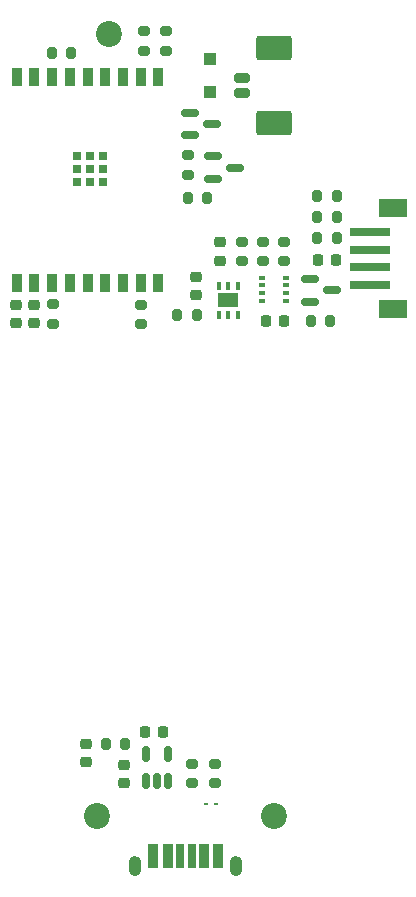
<source format=gts>
G04 #@! TF.GenerationSoftware,KiCad,Pcbnew,8.0.7*
G04 #@! TF.CreationDate,2025-08-07T07:41:48-04:00*
G04 #@! TF.ProjectId,room_environment_monitor,726f6f6d-5f65-46e7-9669-726f6e6d656e,rev?*
G04 #@! TF.SameCoordinates,Original*
G04 #@! TF.FileFunction,Soldermask,Top*
G04 #@! TF.FilePolarity,Negative*
%FSLAX46Y46*%
G04 Gerber Fmt 4.6, Leading zero omitted, Abs format (unit mm)*
G04 Created by KiCad (PCBNEW 8.0.7) date 2025-08-07 07:41:48*
%MOMM*%
%LPD*%
G01*
G04 APERTURE LIST*
G04 Aperture macros list*
%AMRoundRect*
0 Rectangle with rounded corners*
0 $1 Rounding radius*
0 $2 $3 $4 $5 $6 $7 $8 $9 X,Y pos of 4 corners*
0 Add a 4 corners polygon primitive as box body*
4,1,4,$2,$3,$4,$5,$6,$7,$8,$9,$2,$3,0*
0 Add four circle primitives for the rounded corners*
1,1,$1+$1,$2,$3*
1,1,$1+$1,$4,$5*
1,1,$1+$1,$6,$7*
1,1,$1+$1,$8,$9*
0 Add four rect primitives between the rounded corners*
20,1,$1+$1,$2,$3,$4,$5,0*
20,1,$1+$1,$4,$5,$6,$7,0*
20,1,$1+$1,$6,$7,$8,$9,0*
20,1,$1+$1,$8,$9,$2,$3,0*%
G04 Aperture macros list end*
%ADD10RoundRect,0.200000X0.275000X-0.200000X0.275000X0.200000X-0.275000X0.200000X-0.275000X-0.200000X0*%
%ADD11RoundRect,0.200000X0.200000X0.275000X-0.200000X0.275000X-0.200000X-0.275000X0.200000X-0.275000X0*%
%ADD12RoundRect,0.225000X0.225000X0.250000X-0.225000X0.250000X-0.225000X-0.250000X0.225000X-0.250000X0*%
%ADD13RoundRect,0.200000X0.450000X-0.200000X0.450000X0.200000X-0.450000X0.200000X-0.450000X-0.200000X0*%
%ADD14RoundRect,0.250001X1.249999X-0.799999X1.249999X0.799999X-1.249999X0.799999X-1.249999X-0.799999X0*%
%ADD15R,0.900000X1.500000*%
%ADD16R,0.700000X0.700000*%
%ADD17RoundRect,0.200000X-0.200000X-0.275000X0.200000X-0.275000X0.200000X0.275000X-0.200000X0.275000X0*%
%ADD18RoundRect,0.150000X0.150000X-0.512500X0.150000X0.512500X-0.150000X0.512500X-0.150000X-0.512500X0*%
%ADD19RoundRect,0.250000X-0.300000X0.300000X-0.300000X-0.300000X0.300000X-0.300000X0.300000X0.300000X0*%
%ADD20RoundRect,0.150000X-0.587500X-0.150000X0.587500X-0.150000X0.587500X0.150000X-0.587500X0.150000X0*%
%ADD21RoundRect,0.225000X0.250000X-0.225000X0.250000X0.225000X-0.250000X0.225000X-0.250000X-0.225000X0*%
%ADD22C,2.200000*%
%ADD23RoundRect,0.225000X-0.225000X-0.250000X0.225000X-0.250000X0.225000X0.250000X-0.225000X0.250000X0*%
%ADD24RoundRect,0.218750X0.256250X-0.218750X0.256250X0.218750X-0.256250X0.218750X-0.256250X-0.218750X0*%
%ADD25RoundRect,0.200000X-0.275000X0.200000X-0.275000X-0.200000X0.275000X-0.200000X0.275000X0.200000X0*%
%ADD26R,0.500000X0.350000*%
%ADD27RoundRect,0.225000X-0.250000X0.225000X-0.250000X-0.225000X0.250000X-0.225000X0.250000X0.225000X0*%
%ADD28RoundRect,0.062500X0.117500X0.062500X-0.117500X0.062500X-0.117500X-0.062500X0.117500X-0.062500X0*%
%ADD29R,3.352800X0.711200*%
%ADD30R,2.387600X1.600200*%
%ADD31R,0.355600X0.762000*%
%ADD32R,1.701800X1.244600*%
%ADD33R,0.711200X2.006600*%
%ADD34R,0.812800X2.006600*%
%ADD35R,0.889000X2.006600*%
%ADD36O,1.066800X1.701800*%
G04 APERTURE END LIST*
D10*
X98800000Y-97025000D03*
X98800000Y-95375000D03*
D11*
X122225000Y-96800000D03*
X120575000Y-96800000D03*
D10*
X114750000Y-91725000D03*
X114750000Y-90075000D03*
D12*
X122750000Y-91600000D03*
X121200000Y-91600000D03*
D13*
X114750000Y-77450000D03*
X114750000Y-76200000D03*
D14*
X117500000Y-80000000D03*
X117500000Y-73650000D03*
D11*
X122800000Y-89800000D03*
X121150000Y-89800000D03*
D15*
X95700000Y-93610000D03*
X97200000Y-93610000D03*
X98700000Y-93610000D03*
X100200000Y-93610000D03*
X101700000Y-93610000D03*
X103200000Y-93610000D03*
X104700000Y-93610000D03*
X106200000Y-93610000D03*
X107700000Y-93610000D03*
X107700000Y-76110000D03*
X106200000Y-76110000D03*
X104700000Y-76110000D03*
X103200000Y-76110000D03*
X101700000Y-76110000D03*
X100200000Y-76110000D03*
X98700000Y-76110000D03*
X97200000Y-76110000D03*
X95700000Y-76110000D03*
D16*
X100800000Y-85000000D03*
X101900000Y-85000000D03*
X103000000Y-85000000D03*
X100800000Y-83950000D03*
X101900000Y-83950000D03*
X103000000Y-83950000D03*
X100800000Y-82800000D03*
X101900000Y-82800000D03*
X103000000Y-82800000D03*
D17*
X110175000Y-86400000D03*
X111825000Y-86400000D03*
D18*
X106625000Y-135762500D03*
X107575000Y-135762500D03*
X108525000Y-135762500D03*
X108525000Y-133487500D03*
X106625000Y-133487500D03*
D19*
X112100000Y-74600000D03*
X112100000Y-77400000D03*
D11*
X122800000Y-88000000D03*
X121150000Y-88000000D03*
D20*
X112325000Y-82850000D03*
X112325000Y-84750000D03*
X114200000Y-83800000D03*
D10*
X112500000Y-135950000D03*
X112500000Y-134300000D03*
X108300000Y-73925000D03*
X108300000Y-72275000D03*
D21*
X112900000Y-91675000D03*
X112900000Y-90125000D03*
D22*
X102500000Y-138700000D03*
X117500000Y-138700000D03*
D11*
X122800000Y-86200000D03*
X121150000Y-86200000D03*
D23*
X106550000Y-131625000D03*
X108100000Y-131625000D03*
D17*
X109275001Y-96324600D03*
X110925001Y-96324600D03*
D22*
X103500000Y-72500000D03*
D10*
X110500000Y-135950000D03*
X110500000Y-134300000D03*
X106200000Y-97050000D03*
X106200000Y-95400000D03*
D24*
X101575000Y-134162500D03*
X101575000Y-132587500D03*
D10*
X110200000Y-84425000D03*
X110200000Y-82775000D03*
D21*
X104825000Y-135900000D03*
X104825000Y-134350000D03*
D25*
X118350000Y-90075000D03*
X118350000Y-91725000D03*
D20*
X120525000Y-93250000D03*
X120525000Y-95150000D03*
X122400000Y-94200000D03*
D26*
X116450000Y-95075000D03*
X116450000Y-94425000D03*
X116450000Y-93775000D03*
X116450000Y-93125000D03*
X118500000Y-93125000D03*
X118500000Y-93775000D03*
X118500000Y-94425000D03*
X118500000Y-95075000D03*
D27*
X95600000Y-95425000D03*
X95600000Y-96975000D03*
D10*
X116550000Y-91725000D03*
X116550000Y-90075000D03*
D11*
X104900000Y-132625000D03*
X103250000Y-132625000D03*
D12*
X118350000Y-96800000D03*
X116800000Y-96800000D03*
D27*
X97200000Y-95425000D03*
X97200000Y-96975000D03*
D28*
X111710000Y-137650000D03*
X112550000Y-137650000D03*
D29*
X125645800Y-89249999D03*
X125645800Y-90749999D03*
X125645800Y-92250001D03*
X125645800Y-93750001D03*
D30*
X127528448Y-87199998D03*
X127528448Y-95800002D03*
D20*
X110375000Y-79150000D03*
X110375000Y-81050000D03*
X112250000Y-80100000D03*
D10*
X106500000Y-73925000D03*
X106500000Y-72275000D03*
D17*
X98675000Y-74100000D03*
X100325000Y-74100000D03*
D31*
X112800000Y-96289200D03*
X113600001Y-96289200D03*
X114400002Y-96289200D03*
X114400002Y-93800000D03*
X113600001Y-93800000D03*
X112800000Y-93800000D03*
D32*
X113600001Y-95044600D03*
D33*
X110499999Y-142100000D03*
D34*
X108480000Y-142100000D03*
D35*
X107250000Y-142100000D03*
D33*
X109500001Y-142100000D03*
D34*
X111520000Y-142100000D03*
D35*
X112750000Y-142100000D03*
D36*
X114269999Y-142900001D03*
X105730001Y-142900001D03*
D21*
X110900001Y-94619600D03*
X110900001Y-93069600D03*
M02*

</source>
